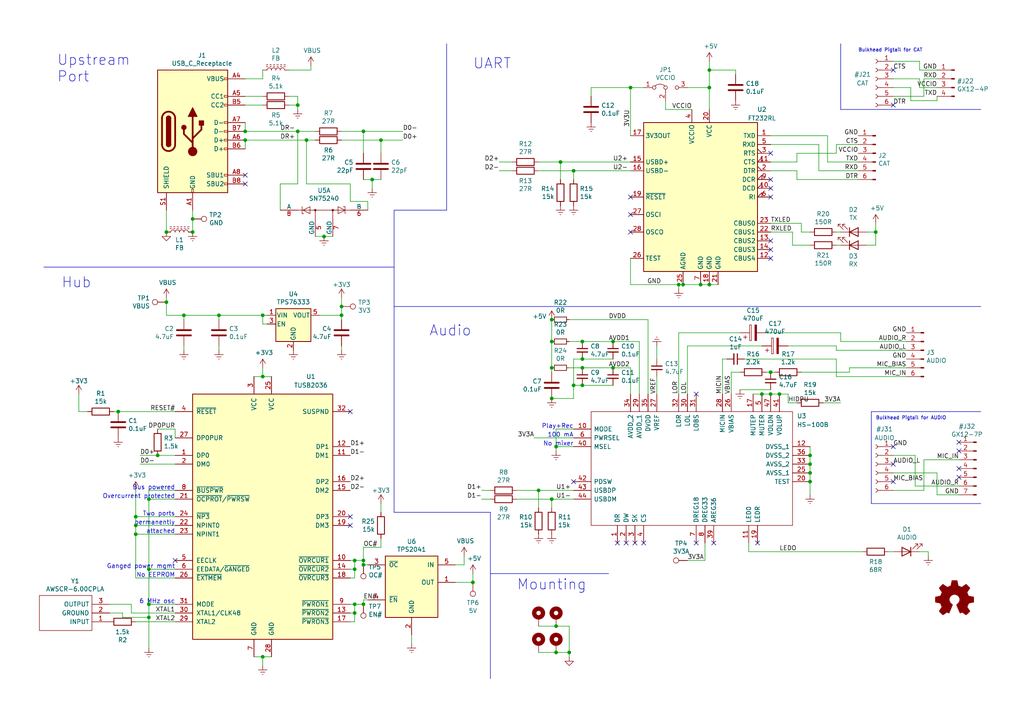
<source format=kicad_sch>
(kicad_sch (version 20230121) (generator eeschema)
  (paper "A4")
  (title_block (title "Mountaineer Radio Interface") (date "2021-05-25") (rev "2") (company "Chris Keller K0SWE") (comment 1 "Licensed under Creative Commons CC-BY-4.0"))
  (junction (at 234.95 132.08))
  (junction (at 86.36 30.48))
  (junction (at 43.18 175.26))
  (junction (at 166.37 49.53))
  (junction (at 34.29 119.38))
  (junction (at 168.91 111.76))
  (junction (at 93.98 68.58))
  (junction (at 168.91 104.14))
  (junction (at 168.91 99.06))
  (junction (at 203.2 82.55))
  (junction (at 86.36 38.1))
  (junction (at 71.12 40.64))
  (junction (at 39.37 152.4))
  (junction (at 177.8 99.06))
  (junction (at 160.02 115.57))
  (junction (at 48.26 87.63))
  (junction (at 55.88 63.5))
  (junction (at 105.41 38.1))
  (junction (at 166.37 111.76))
  (junction (at 198.12 82.55))
  (junction (at 160.02 92.71))
  (junction (at 102.87 175.26))
  (junction (at 234.95 137.16))
  (junction (at 71.12 38.1))
  (junction (at 205.74 82.55))
  (junction (at 205.74 20.32))
  (junction (at 43.18 165.1))
  (junction (at 39.37 149.86))
  (junction (at 99.06 88.9))
  (junction (at 161.29 129.54))
  (junction (at 161.29 181.61))
  (junction (at 105.41 175.26))
  (junction (at 196.85 82.55))
  (junction (at 234.95 139.7))
  (junction (at 53.34 91.44))
  (junction (at 55.88 67.31))
  (junction (at 254 67.31))
  (junction (at 88.9 40.64))
  (junction (at 48.26 67.31))
  (junction (at 102.87 162.56))
  (junction (at 45.72 132.08))
  (junction (at 205.74 25.4))
  (junction (at 226.06 114.3))
  (junction (at 223.52 107.95))
  (junction (at 99.06 91.44))
  (junction (at 107.95 52.07))
  (junction (at 165.1 189.23))
  (junction (at 160.02 99.06))
  (junction (at 76.2 91.44))
  (junction (at 182.88 25.4))
  (junction (at 110.49 40.64))
  (junction (at 102.87 165.1))
  (junction (at 43.18 144.78))
  (junction (at 63.5 91.44))
  (junction (at 43.18 179.07))
  (junction (at 76.2 190.5))
  (junction (at 39.37 154.94))
  (junction (at 162.56 46.99))
  (junction (at 160.02 144.78))
  (junction (at 102.87 177.8))
  (junction (at 234.95 134.62))
  (junction (at 137.16 168.91))
  (junction (at 223.52 114.3))
  (junction (at 76.2 109.22))
  (junction (at 220.98 114.3))
  (junction (at 177.8 106.68))
  (junction (at 105.41 162.56))
  (junction (at 160.02 106.68))
  (junction (at 105.41 163.83))
  (junction (at 168.91 106.68))
  (junction (at 156.21 142.24))
  (junction (at 161.29 189.23))
  (no_connect (at 179.07 157.48))
  (no_connect (at 223.52 57.15))
  (no_connect (at 219.71 157.48))
  (no_connect (at 182.88 62.23))
  (no_connect (at 71.12 53.34))
  (no_connect (at 201.93 114.3))
  (no_connect (at 223.52 69.85))
  (no_connect (at 278.13 138.43))
  (no_connect (at 182.88 67.31))
  (no_connect (at 259.08 20.32))
  (no_connect (at 259.08 30.48))
  (no_connect (at 101.6 152.4))
  (no_connect (at 223.52 44.45))
  (no_connect (at 166.37 139.7))
  (no_connect (at 101.6 119.38))
  (no_connect (at 101.6 149.86))
  (no_connect (at 50.8 162.56))
  (no_connect (at 184.15 157.48))
  (no_connect (at 278.13 135.89))
  (no_connect (at 223.52 72.39))
  (no_connect (at 259.08 134.62))
  (no_connect (at 223.52 54.61))
  (no_connect (at 201.93 157.48))
  (no_connect (at 71.12 50.8))
  (no_connect (at 182.88 57.15))
  (no_connect (at 223.52 74.93))
  (no_connect (at 186.69 157.48))
  (no_connect (at 278.13 130.81))
  (no_connect (at 223.52 52.07))
  (no_connect (at 207.01 157.48))
  (no_connect (at 259.08 139.7))
  (no_connect (at 259.08 129.54))
  (no_connect (at 181.61 157.48))
  (no_connect (at 278.13 128.27))
  (wire (pts (xy 199.39 25.4) (xy 205.74 25.4)))
  (wire (pts (xy 48.26 91.44) (xy 53.34 91.44)))
  (wire (pts (xy 77.47 93.98) (xy 76.2 93.98)))
  (wire (pts (xy 149.86 142.24) (xy 156.21 142.24)))
  (wire (pts (xy 39.37 154.94) (xy 39.37 167.64)))
  (wire (pts (xy 240.03 39.37) (xy 240.03 46.99)))
  (wire (pts (xy 271.78 29.21) (xy 271.78 27.94)))
  (wire (pts (xy 229.87 71.12) (xy 229.87 67.31)))
  (wire (pts (xy 71.12 35.56) (xy 71.12 38.1)))
  (wire (pts (xy 22.86 119.38) (xy 25.4 119.38)))
  (wire (pts (xy 39.37 167.64) (xy 50.8 167.64)))
  (wire (pts (xy 200.66 31.75) (xy 193.04 31.75)))
  (wire (pts (xy 231.14 49.53) (xy 223.52 49.53)))
  (wire (pts (xy 205.74 82.55) (xy 208.28 82.55)))
  (wire (pts (xy 53.34 91.44) (xy 63.5 91.44)))
  (wire (pts (xy 214.63 107.95) (xy 212.09 107.95)))
  (wire (pts (xy 182.88 106.68) (xy 182.88 114.3)))
  (wire (pts (xy 35.56 177.8) (xy 35.56 179.07)))
  (wire (pts (xy 102.87 165.1) (xy 102.87 167.64)))
  (polyline (pts (xy 142.24 166.37) (xy 176.53 166.37)))
  (wire (pts (xy 139.7 144.78) (xy 142.24 144.78)))
  (wire (pts (xy 199.39 114.3) (xy 199.39 100.33)))
  (wire (pts (xy 226.06 114.3) (xy 223.52 114.3)))
  (wire (pts (xy 55.88 63.5) (xy 55.88 67.31)))
  (wire (pts (xy 45.72 132.08) (xy 50.8 132.08)))
  (wire (pts (xy 231.14 44.45) (xy 231.14 46.99)))
  (wire (pts (xy 205.74 25.4) (xy 205.74 31.75)))
  (wire (pts (xy 220.98 114.3) (xy 218.44 114.3)))
  (wire (pts (xy 234.95 132.08) (xy 234.95 134.62)))
  (wire (pts (xy 271.78 137.16) (xy 271.78 143.51)))
  (wire (pts (xy 204.47 157.48) (xy 204.47 162.56)))
  (polyline (pts (xy 114.3 77.47) (xy 12.7 77.47)))
  (wire (pts (xy 222.25 96.52) (xy 243.84 96.52)))
  (wire (pts (xy 205.74 20.32) (xy 205.74 25.4)))
  (wire (pts (xy 101.6 53.34) (xy 101.6 58.42)))
  (wire (pts (xy 90.17 20.32) (xy 90.17 19.05)))
  (polyline (pts (xy 243.84 31.75) (xy 284.48 31.75)))
  (wire (pts (xy 234.95 137.16) (xy 234.95 139.7)))
  (wire (pts (xy 223.52 107.95) (xy 222.25 107.95)))
  (wire (pts (xy 81.28 53.34) (xy 81.28 60.96)))
  (wire (pts (xy 50.8 124.46) (xy 50.8 127)))
  (wire (pts (xy 149.86 144.78) (xy 160.02 144.78)))
  (wire (pts (xy 199.39 100.33) (xy 220.98 100.33)))
  (wire (pts (xy 160.02 106.68) (xy 160.02 107.95)))
  (wire (pts (xy 166.37 49.53) (xy 182.88 49.53)))
  (wire (pts (xy 48.26 87.63) (xy 48.26 91.44)))
  (wire (pts (xy 234.95 71.12) (xy 229.87 71.12)))
  (wire (pts (xy 232.41 107.95) (xy 246.38 107.95)))
  (wire (pts (xy 161.29 129.54) (xy 161.29 130.81)))
  (wire (pts (xy 177.8 104.14) (xy 168.91 104.14)))
  (wire (pts (xy 168.91 104.14) (xy 166.37 104.14)))
  (polyline (pts (xy 129.54 12.7) (xy 129.54 60.96)))
  (wire (pts (xy 35.56 179.07) (xy 43.18 179.07)))
  (wire (pts (xy 165.1 189.23) (xy 165.1 190.5)))
  (wire (pts (xy 102.87 177.8) (xy 102.87 180.34)))
  (wire (pts (xy 224.79 107.95) (xy 223.52 107.95)))
  (wire (pts (xy 243.84 116.84) (xy 238.76 116.84)))
  (wire (pts (xy 34.29 119.38) (xy 50.8 119.38)))
  (wire (pts (xy 209.55 104.14) (xy 210.82 104.14)))
  (wire (pts (xy 168.91 111.76) (xy 177.8 111.76)))
  (wire (pts (xy 259.08 17.78) (xy 266.7 17.78)))
  (wire (pts (xy 110.49 52.07) (xy 107.95 52.07)))
  (wire (pts (xy 166.37 111.76) (xy 168.91 111.76)))
  (wire (pts (xy 50.8 154.94) (xy 39.37 154.94)))
  (wire (pts (xy 196.85 82.55) (xy 196.85 83.82)))
  (wire (pts (xy 264.16 25.4) (xy 264.16 29.21)))
  (wire (pts (xy 92.71 91.44) (xy 99.06 91.44)))
  (wire (pts (xy 88.9 40.64) (xy 88.9 53.34)))
  (wire (pts (xy 265.43 132.08) (xy 265.43 140.97)))
  (wire (pts (xy 165.1 92.71) (xy 187.96 92.71)))
  (wire (pts (xy 278.13 140.97) (xy 265.43 140.97)))
  (wire (pts (xy 110.49 156.21) (xy 110.49 158.75)))
  (wire (pts (xy 182.88 25.4) (xy 171.45 25.4)))
  (wire (pts (xy 144.78 46.99) (xy 148.59 46.99)))
  (wire (pts (xy 160.02 147.32) (xy 160.02 144.78)))
  (wire (pts (xy 161.29 189.23) (xy 165.1 189.23)))
  (wire (pts (xy 86.36 27.94) (xy 86.36 30.48)))
  (wire (pts (xy 45.72 124.46) (xy 50.8 124.46)))
  (wire (pts (xy 196.85 82.55) (xy 198.12 82.55)))
  (polyline (pts (xy 142.24 148.59) (xy 142.24 196.85)))
  (wire (pts (xy 71.12 43.18) (xy 71.12 40.64)))
  (wire (pts (xy 165.1 99.06) (xy 168.91 99.06)))
  (wire (pts (xy 156.21 147.32) (xy 156.21 142.24)))
  (wire (pts (xy 43.18 165.1) (xy 43.18 175.26)))
  (wire (pts (xy 266.7 25.4) (xy 271.78 25.4)))
  (wire (pts (xy 242.57 44.45) (xy 231.14 44.45)))
  (wire (pts (xy 43.18 175.26) (xy 43.18 179.07)))
  (wire (pts (xy 76.2 190.5) (xy 76.2 193.04)))
  (polyline (pts (xy 114.3 88.9) (xy 284.48 88.9)))
  (wire (pts (xy 63.5 91.44) (xy 76.2 91.44)))
  (wire (pts (xy 242.57 41.91) (xy 242.57 44.45)))
  (wire (pts (xy 156.21 189.23) (xy 161.29 189.23)))
  (wire (pts (xy 43.18 144.78) (xy 43.18 165.1)))
  (wire (pts (xy 73.66 190.5) (xy 76.2 190.5)))
  (wire (pts (xy 266.7 22.86) (xy 266.7 25.4)))
  (polyline (pts (xy 243.84 12.7) (xy 243.84 31.75)))
  (polyline (pts (xy 129.54 60.96) (xy 114.3 60.96)))
  (wire (pts (xy 39.37 149.86) (xy 50.8 149.86)))
  (wire (pts (xy 237.49 41.91) (xy 237.49 49.53)))
  (wire (pts (xy 213.36 20.32) (xy 213.36 21.59)))
  (polyline (pts (xy 252.73 146.05) (xy 284.48 146.05)))
  (wire (pts (xy 166.37 115.57) (xy 160.02 115.57)))
  (wire (pts (xy 110.49 40.64) (xy 116.84 40.64)))
  (wire (pts (xy 156.21 49.53) (xy 166.37 49.53)))
  (wire (pts (xy 55.88 60.96) (xy 55.88 63.5)))
  (wire (pts (xy 166.37 129.54) (xy 161.29 129.54)))
  (wire (pts (xy 248.92 41.91) (xy 242.57 41.91)))
  (wire (pts (xy 71.12 22.86) (xy 76.2 22.86)))
  (wire (pts (xy 43.18 142.24) (xy 43.18 144.78)))
  (wire (pts (xy 99.06 40.64) (xy 110.49 40.64)))
  (wire (pts (xy 63.5 92.71) (xy 63.5 91.44)))
  (wire (pts (xy 259.08 25.4) (xy 264.16 25.4)))
  (wire (pts (xy 264.16 29.21) (xy 271.78 29.21)))
  (wire (pts (xy 223.52 41.91) (xy 237.49 41.91)))
  (wire (pts (xy 76.2 190.5) (xy 78.74 190.5)))
  (wire (pts (xy 102.87 177.8) (xy 101.6 177.8)))
  (wire (pts (xy 231.14 46.99) (xy 223.52 46.99)))
  (wire (pts (xy 165.1 181.61) (xy 165.1 189.23)))
  (wire (pts (xy 43.18 179.07) (xy 43.18 187.96)))
  (wire (pts (xy 38.1 175.26) (xy 31.75 175.26)))
  (wire (pts (xy 205.74 20.32) (xy 213.36 20.32)))
  (wire (pts (xy 228.6 116.84) (xy 231.14 116.84)))
  (wire (pts (xy 99.06 88.9) (xy 99.06 86.36)))
  (wire (pts (xy 161.29 129.54) (xy 161.29 124.46)))
  (wire (pts (xy 217.17 160.02) (xy 250.19 160.02)))
  (wire (pts (xy 76.2 93.98) (xy 76.2 91.44)))
  (wire (pts (xy 102.87 167.64) (xy 101.6 167.64)))
  (wire (pts (xy 88.9 53.34) (xy 101.6 53.34)))
  (wire (pts (xy 63.5 100.33) (xy 63.5 101.6)))
  (wire (pts (xy 71.12 38.1) (xy 86.36 38.1)))
  (wire (pts (xy 39.37 154.94) (xy 39.37 152.4)))
  (wire (pts (xy 203.2 82.55) (xy 205.74 82.55)))
  (wire (pts (xy 204.47 162.56) (xy 199.39 162.56)))
  (wire (pts (xy 217.17 157.48) (xy 217.17 160.02)))
  (wire (pts (xy 40.64 134.62) (xy 50.8 134.62)))
  (wire (pts (xy 193.04 29.21) (xy 193.04 31.75)))
  (wire (pts (xy 228.6 114.3) (xy 228.6 116.84)))
  (wire (pts (xy 33.02 119.38) (xy 34.29 119.38)))
  (wire (pts (xy 102.87 175.26) (xy 105.41 175.26)))
  (wire (pts (xy 53.34 100.33) (xy 53.34 101.6)))
  (wire (pts (xy 139.7 142.24) (xy 142.24 142.24)))
  (wire (pts (xy 205.74 17.78) (xy 205.74 20.32)))
  (wire (pts (xy 182.88 39.37) (xy 182.88 25.4)))
  (wire (pts (xy 267.97 27.94) (xy 267.97 22.86)))
  (wire (pts (xy 234.95 134.62) (xy 234.95 137.16)))
  (polyline (pts (xy 114.3 60.96) (xy 114.3 148.59)))
  (wire (pts (xy 177.8 106.68) (xy 182.88 106.68)))
  (wire (pts (xy 186.69 25.4) (xy 182.88 25.4)))
  (wire (pts (xy 88.9 40.64) (xy 91.44 40.64)))
  (wire (pts (xy 259.08 142.24) (xy 267.97 142.24)))
  (polyline (pts (xy 284.48 119.38) (xy 252.73 119.38)))
  (wire (pts (xy 215.9 104.14) (xy 242.57 104.14)))
  (wire (pts (xy 105.41 173.99) (xy 106.68 173.99)))
  (wire (pts (xy 266.7 17.78) (xy 266.7 20.32)))
  (wire (pts (xy 50.8 175.26) (xy 43.18 175.26)))
  (wire (pts (xy 240.03 46.99) (xy 248.92 46.99)))
  (wire (pts (xy 190.5 109.22) (xy 190.5 114.3)))
  (wire (pts (xy 101.6 162.56) (xy 102.87 162.56)))
  (wire (pts (xy 226.06 114.3) (xy 228.6 114.3)))
  (wire (pts (xy 137.16 166.37) (xy 137.16 168.91)))
  (wire (pts (xy 257.81 160.02) (xy 259.08 160.02)))
  (wire (pts (xy 254 67.31) (xy 254 71.12)))
  (wire (pts (xy 86.36 30.48) (xy 86.36 31.75)))
  (wire (pts (xy 266.7 20.32) (xy 271.78 20.32)))
  (wire (pts (xy 160.02 144.78) (xy 166.37 144.78)))
  (wire (pts (xy 237.49 49.53) (xy 248.92 49.53)))
  (wire (pts (xy 160.02 99.06) (xy 160.02 106.68)))
  (wire (pts (xy 40.64 132.08) (xy 45.72 132.08)))
  (wire (pts (xy 76.2 109.22) (xy 78.74 109.22)))
  (wire (pts (xy 248.92 52.07) (xy 231.14 52.07)))
  (wire (pts (xy 234.95 67.31) (xy 232.41 67.31)))
  (wire (pts (xy 71.12 30.48) (xy 76.2 30.48)))
  (wire (pts (xy 38.1 177.8) (xy 38.1 175.26)))
  (wire (pts (xy 271.78 143.51) (xy 278.13 143.51)))
  (wire (pts (xy 105.41 52.07) (xy 107.95 52.07)))
  (wire (pts (xy 102.87 162.56) (xy 105.41 162.56)))
  (wire (pts (xy 246.38 107.95) (xy 246.38 106.68)))
  (wire (pts (xy 107.95 52.07) (xy 107.95 54.61)))
  (wire (pts (xy 50.8 152.4) (xy 39.37 152.4)))
  (wire (pts (xy 116.84 38.1) (xy 105.41 38.1)))
  (wire (pts (xy 269.24 160.02) (xy 266.7 160.02)))
  (wire (pts (xy 254 71.12) (xy 251.46 71.12)))
  (wire (pts (xy 265.43 132.08) (xy 259.08 132.08)))
  (wire (pts (xy 190.5 100.33) (xy 190.5 104.14)))
  (wire (pts (xy 53.34 92.71) (xy 53.34 91.44)))
  (wire (pts (xy 182.88 74.93) (xy 182.88 82.55)))
  (wire (pts (xy 223.52 114.3) (xy 220.98 114.3)))
  (wire (pts (xy 76.2 109.22) (xy 73.66 109.22)))
  (wire (pts (xy 156.21 142.24) (xy 166.37 142.24)))
  (wire (pts (xy 214.63 113.03) (xy 223.52 113.03)))
  (wire (pts (xy 254 64.77) (xy 254 67.31)))
  (wire (pts (xy 134.62 163.83) (xy 132.08 163.83)))
  (wire (pts (xy 232.41 64.77) (xy 223.52 64.77)))
  (wire (pts (xy 50.8 144.78) (xy 43.18 144.78)))
  (wire (pts (xy 134.62 161.29) (xy 134.62 163.83)))
  (wire (pts (xy 267.97 133.35) (xy 267.97 142.24)))
  (wire (pts (xy 48.26 86.36) (xy 48.26 87.63)))
  (wire (pts (xy 185.42 99.06) (xy 185.42 114.3)))
  (wire (pts (xy 162.56 52.07) (xy 162.56 46.99)))
  (wire (pts (xy 50.8 165.1) (xy 43.18 165.1)))
  (wire (pts (xy 39.37 142.24) (xy 39.37 149.86)))
  (wire (pts (xy 83.82 20.32) (xy 90.17 20.32)))
  (wire (pts (xy 196.85 96.52) (xy 214.63 96.52)))
  (polyline (pts (xy 252.73 119.38) (xy 252.73 146.05)))
  (wire (pts (xy 166.37 104.14) (xy 166.37 111.76)))
  (wire (pts (xy 259.08 137.16) (xy 271.78 137.16)))
  (wire (pts (xy 83.82 27.94) (xy 86.36 27.94)))
  (wire (pts (xy 232.41 67.31) (xy 232.41 64.77)))
  (wire (pts (xy 99.06 38.1) (xy 105.41 38.1)))
  (wire (pts (xy 166.37 111.76) (xy 166.37 115.57)))
  (wire (pts (xy 48.26 60.96) (xy 48.26 67.31)))
  (wire (pts (xy 162.56 46.99) (xy 182.88 46.99)))
  (wire (pts (xy 102.87 165.1) (xy 101.6 165.1)))
  (wire (pts (xy 154.94 127) (xy 166.37 127)))
  (wire (pts (xy 83.82 30.48) (xy 86.36 30.48)))
  (wire (pts (xy 102.87 162.56) (xy 102.87 165.1)))
  (wire (pts (xy 50.8 180.34) (xy 39.37 180.34)))
  (wire (pts (xy 102.87 175.26) (xy 102.87 177.8)))
  (wire (pts (xy 228.6 100.33) (xy 242.57 100.33)))
  (wire (pts (xy 99.06 91.44) (xy 99.06 88.9)))
  (wire (pts (xy 22.86 114.3) (xy 22.86 119.38)))
  (wire (pts (xy 39.37 152.4) (xy 39.37 149.86)))
  (wire (pts (xy 110.49 44.45) (xy 110.49 40.64)))
  (wire (pts (xy 242.57 71.12) (xy 243.84 71.12)))
  (wire (pts (xy 76.2 106.68) (xy 76.2 109.22)))
  (wire (pts (xy 71.12 27.94) (xy 76.2 27.94)))
  (wire (pts (xy 242.57 109.22) (xy 262.89 109.22)))
  (wire (pts (xy 243.84 99.06) (xy 262.89 99.06)))
  (wire (pts (xy 171.45 25.4) (xy 171.45 27.94)))
  (wire (pts (xy 137.16 168.91) (xy 132.08 168.91)))
  (wire (pts (xy 161.29 181.61) (xy 165.1 181.61)))
  (wire (pts (xy 166.37 52.07) (xy 166.37 49.53)))
  (wire (pts (xy 177.8 99.06) (xy 185.42 99.06)))
  (wire (pts (xy 242.57 104.14) (xy 242.57 109.22)))
  (wire (pts (xy 231.14 52.07) (xy 231.14 49.53)))
  (wire (pts (xy 223.52 39.37) (xy 240.03 39.37)))
  (polyline (pts (xy 114.3 148.59) (xy 142.24 148.59)))
  (wire (pts (xy 156.21 181.61) (xy 161.29 181.61)))
  (wire (pts (xy 267.97 22.86) (xy 271.78 22.86)))
  (wire (pts (xy 76.2 20.32) (xy 76.2 22.86)))
  (wire (pts (xy 182.88 82.55) (xy 196.85 82.55)))
  (wire (pts (xy 105.41 38.1) (xy 105.41 44.45)))
  (wire (pts (xy 101.6 175.26) (xy 102.87 175.26)))
  (wire (pts (xy 99.06 91.44) (xy 99.06 92.71)))
  (wire (pts (xy 234.95 129.54) (xy 234.95 132.08)))
  (wire (pts (xy 254 67.31) (xy 251.46 67.31)))
  (wire (pts (xy 106.68 58.42) (xy 106.68 60.96)))
  (wire (pts (xy 76.2 91.44) (xy 77.47 91.44)))
  (wire (pts (xy 267.97 133.35) (xy 278.13 133.35)))
  (wire (pts (xy 242.57 101.6) (xy 262.89 101.6)))
  (wire (pts (xy 110.49 158.75) (xy 105.41 158.75)))
  (wire (pts (xy 43.18 142.24) (xy 50.8 142.24)))
  (wire (pts (xy 187.96 92.71) (xy 187.96 114.3)))
  (wire (pts (xy 91.44 38.1) (xy 86.36 38.1)))
  (wire (pts (xy 105.41 158.75) (xy 105.41 162.56)))
  (wire (pts (xy 209.55 114.3) (xy 209.55 104.14)))
  (wire (pts (xy 160.02 92.71) (xy 160.02 99.06)))
  (wire (pts (xy 105.41 163.83) (xy 106.68 163.83)))
  (wire (pts (xy 246.38 106.68) (xy 262.89 106.68)))
  (wire (pts (xy 269.24 160.02) (xy 269.24 161.29)))
  (wire (pts (xy 91.44 68.58) (xy 93.98 68.58)))
  (wire (pts (xy 86.36 38.1) (xy 86.36 53.34)))
  (wire (pts (xy 161.29 124.46) (xy 166.37 124.46)))
  (wire (pts (xy 259.08 22.86) (xy 266.7 22.86)))
  (wire (pts (xy 31.75 177.8) (xy 35.56 177.8)))
  (wire (pts (xy 119.38 186.69) (xy 119.38 184.15)))
  (wire (pts (xy 168.91 99.06) (xy 177.8 99.06)))
  (wire (pts (xy 259.08 27.94) (xy 267.97 27.94)))
  (wire (pts (xy 242.57 67.31) (xy 243.84 67.31)))
  (wire (pts (xy 105.41 175.26) (xy 105.41 173.99)))
  (wire (pts (xy 71.12 40.64) (xy 88.9 40.64)))
  (wire (pts (xy 99.06 101.6) (xy 99.06 100.33)))
  (wire (pts (xy 196.85 114.3) (xy 196.85 96.52)))
  (wire (pts (xy 105.41 162.56) (xy 105.41 163.83)))
  (wire (pts (xy 198.12 82.55) (xy 203.2 82.55)))
  (wire (pts (xy 165.1 106.68) (xy 168.91 106.68)))
  (wire (pts (xy 156.21 46.99) (xy 162.56 46.99)))
  (wire (pts (xy 110.49 146.05) (xy 110.49 148.59)))
  (wire (pts (xy 102.87 180.34) (xy 101.6 180.34)))
  (wire (pts (xy 144.78 49.53) (xy 148.59 49.53)))
  (wire (pts (xy 234.95 139.7) (xy 234.95 143.51)))
  (wire (pts (xy 50.8 177.8) (xy 38.1 177.8)))
  (wire (pts (xy 168.91 106.68) (xy 177.8 106.68)))
  (wire (pts (xy 229.87 67.31) (xy 223.52 67.31)))
  (wire (pts (xy 96.52 68.58) (xy 93.98 68.58)))
  (wire (pts (xy 242.57 100.33) (xy 242.57 101.6)))
  (wire (pts (xy 243.84 96.52) (xy 243.84 99.06)))
  (wire (pts (xy 86.36 53.34) (xy 81.28 53.34)))
  (wire (pts (xy 212.09 107.95) (xy 212.09 114.3)))
  (wire (pts (xy 101.6 58.42) (xy 106.68 58.42)))
  (text "Bulkhead Pigtail for AUDIO" (at 254 121.92 0) (effects (font (size 0.9906 0.9906)) (justify left bottom)))
  (text "No mixer" (at 166.37 129.54 0) (effects (font (size 1.27 1.27)) (justify right bottom)))
  (text "Hub" (at 17.78 83.82 0) (effects (font (size 2.9972 2.9972)) (justify left bottom)))
  (text "Upstream\nPort" (at 16.51 24.13 0) (effects (font (size 2.9972 2.9972)) (justify left bottom)))
  (text "Audio" (at 124.46 97.79 0) (effects (font (size 2.9972 2.9972)) (justify left bottom)))
  (text "Ganged power mgmt" (at 50.8 165.1 0) (effects (font (size 1.27 1.27)) (justify right bottom)))
  (text "permanently" (at 50.8 152.4 0) (effects (font (size 1.27 1.27)) (justify right bottom)))
  (text "UART" (at 137.16 20.32 0) (effects (font (size 2.9972 2.9972)) (justify left bottom)))
  (text "attached" (at 50.8 154.94 0) (effects (font (size 1.27 1.27)) (justify right bottom)))
  (text "Play+Rec" (at 166.37 124.46 0) (effects (font (size 1.27 1.27)) (justify right bottom)))
  (text "Bulkhead Pigtail for CAT" (at 248.92 15.24 0) (effects (font (size 0.9906 0.9906)) (justify left bottom)))
  (text "No EEPROM" (at 50.8 167.64 0) (effects (font (size 1.27 1.27)) (justify right bottom)))
  (text "6 MHz osc" (at 50.8 175.26 0) (effects (font (size 1.27 1.27)) (justify right bottom)))
  (text "100 mA" (at 166.37 127 0) (effects (font (size 1.27 1.27)) (justify right bottom)))
  (text "Bus powered" (at 50.8 142.24 0) (effects (font (size 1.27 1.27)) (justify right bottom)))
  (text "Two ports" (at 50.8 149.86 0) (effects (font (size 1.27 1.27)) (justify right bottom)))
  (text "Overcurrent protected" (at 50.8 144.78 0) (effects (font (size 1.27 1.27)) (justify right bottom)))
  (text "Mounting" (at 149.86 171.45 0) (effects (font (size 2.9972 2.9972)) (justify left bottom)))
  (label "DR+" (at 81.28 40.64 0))
  (label "DTR" (at 248.92 52.07 180))
  (label "D0-" (at 116.84 38.1 0))
  (label "3V3A" (at 199.39 162.56 0))
  (label "U2+" (at 177.8 46.99 0))
  (label "AUDIO_L" (at 262.89 101.6 180))
  (label "GND" (at 278.13 143.51 180))
  (label "TXD" (at 248.92 46.99 180))
  (label "D2-" (at 101.6 142.24 0))
  (label "VCCIO" (at 248.92 44.45 180))
  (label "LEDO" (at 226.06 160.02 0))
  (label "GND" (at 271.78 20.32 180))
  (label "DVDD" (at 176.53 92.71 0))
  (label "CTS" (at 259.08 20.32 0))
  (label "VCCIO" (at 271.78 25.4 180))
  (label "AUDIO_R" (at 278.13 140.97 180))
  (label "GND" (at 248.92 39.37 180))
  (label "XTAL2" (at 50.8 180.34 180))
  (label "MIC_BIAS" (at 259.08 139.7 0))
  (label "D2-" (at 144.78 49.53 180))
  (label "AUDIO_R" (at 262.89 99.06 180))
  (label "GND" (at 191.77 82.55 180))
  (label "VBIAS" (at 212.09 114.3 90))
  (label "3V3A" (at 243.84 116.84 180))
  (label "DP0PUR" (at 50.8 124.46 180))
  (label "D1-" (at 139.7 144.78 180))
  (label "TXD" (at 271.78 27.94 180))
  (label "D1-" (at 101.6 132.08 0))
  (label "EN#" (at 105.41 173.99 0))
  (label "DR-" (at 81.28 38.1 0))
  (label "OC#" (at 105.41 158.75 0))
  (label "LOR" (at 196.85 114.3 90))
  (label "D1+" (at 101.6 129.54 0))
  (label "LOL" (at 199.39 114.3 90))
  (label "AUDIO_L" (at 259.08 134.62 0))
  (label "HIDPU" (at 228.6 116.84 0))
  (label "D1+" (at 139.7 142.24 180))
  (label "RESET#" (at 50.8 119.38 180))
  (label "U2-" (at 177.8 49.53 0))
  (label "D0+" (at 40.64 132.08 0))
  (label "AVDD1" (at 176.53 99.06 0))
  (label "GND" (at 262.89 104.14 180))
  (label "D2+" (at 144.78 46.99 180))
  (label "GND" (at 259.08 129.54 0))
  (label "GND" (at 262.89 96.52 180))
  (label "CTS" (at 248.92 41.91 180))
  (label "MIC_IN" (at 278.13 133.35 180))
  (label "MICIN" (at 209.55 114.3 90))
  (label "D2+" (at 101.6 139.7 0))
  (label "3V3U" (at 182.88 36.83 90))
  (label "RXD" (at 271.78 22.86 180))
  (label "MIC_IN" (at 262.89 109.22 180))
  (label "U1-" (at 161.29 144.78 0))
  (label "U1+" (at 161.29 142.24 0))
  (label "3V3A" (at 154.94 127 180))
  (label "AVDD2" (at 176.53 106.68 0))
  (label "TXLED" (at 223.52 64.77 0))
  (label "XTAL1" (at 50.8 177.8 180))
  (label "D0+" (at 116.84 40.64 0))
  (label "RXD" (at 248.92 49.53 180))
  (label "D0-" (at 40.64 134.62 0))
  (label "VCCIO" (at 200.66 31.75 180))
  (label "DTR" (at 259.08 30.48 0))
  (label "RXLED" (at 223.52 67.31 0))
  (label "VREF" (at 190.5 114.3 90))
  (label "MIC_BIAS" (at 262.89 106.68 180))
  (symbol (lib_id "Interface_USB:TUSB2036") (at 76.2 149.86 0) (unit 1)
    (property "Reference" "U1" (at 90.17 109.22 0))
    (property "Value" "TUSB2036" (at 90.17 111.76 0))
    (property "Footprint" "Package_QFP:LQFP-32_7x7mm_P0.8mm" (effects hide))
    (property "Datasheet" "http://www.ti.com/lit/ds/symlink/tusb2036.pdf" (effects hide))
    (property "LCSC" "C43665" (effects hide))
    (property "Manufacturer_Name" "TI" (effects hide))
    (property "Manufacturer_Part_Number" "TUSB2036VF" (effects hide))
    (property "Vendor Part Number" "296-27129-1-ND" (effects hide))
    (property "Vendor" "Digikey" (effects hide))
  )
  (symbol (lib_id "Device:R") (at 45.72 128.27 0) (unit 1)
    (property "Reference" "R3" (at 47.498 127.1016 0) (effects (justify left)))
    (property "Value" "1.5k" (at 47.498 129.413 0) (effects (justify left)))
    (property "Footprint" "Resistor_SMD:R_0603_1608Metric" (effects hide))
    (property "LCSC" "C22843" (effects hide))
    (property "Vendor Part Number" "C22843" (effects hide))
    (property "Vendor" "LCSC" (effects hide))
  )
  (symbol (lib_id "power:GNDREF") (at 43.18 187.96 0) (unit 1)
    (property "Reference" "#PWR04" (effects hide))
    (property "Value" "GNDREF" (effects hide))
  )
  (symbol (lib_id "Device:R") (at 152.4 46.99 270) (unit 1)
    (property "Reference" "R12" (at 152.4 41.7322 90))
    (property "Value" "27R" (at 152.4 44.0436 90))
    (property "Footprint" "Resistor_SMD:R_0603_1608Metric" (effects hide))
    (property "LCSC" "C25190" (effects hide))
    (property "Vendor Part Number" "C25190" (effects hide))
    (property "Vendor" "LCSC" (effects hide))
  )
  (symbol (lib_id "Device:R") (at 152.4 49.53 270) (unit 1)
    (property "Reference" "R13" (at 152.4 52.451 90))
    (property "Value" "27R" (at 152.4 54.7624 90))
    (property "Footprint" "Resistor_SMD:R_0603_1608Metric" (effects hide))
    (property "LCSC" "C25190" (effects hide))
    (property "Vendor Part Number" "C25190" (effects hide))
    (property "Vendor" "LCSC" (effects hide))
  )
  (symbol (lib_id "Device:R") (at 162.56 55.88 0) (unit 1)
    (property "Reference" "R14" (at 160.8074 54.7116 0) (effects (justify right)))
    (property "Value" "15k" (at 160.8074 57.023 0) (effects (justify right)))
    (property "Footprint" "Resistor_SMD:R_0603_1608Metric" (effects hide))
    (property "LCSC" "C22809" (effects hide))
    (property "Vendor Part Number" "C22809" (effects hide))
    (property "Vendor" "LCSC" (effects hide))
  )
  (symbol (lib_id "Device:R") (at 166.37 55.88 0) (unit 1)
    (property "Reference" "R15" (at 168.148 54.7116 0) (effects (justify left)))
    (property "Value" "15k" (at 168.148 57.023 0) (effects (justify left)))
    (property "Footprint" "Resistor_SMD:R_0603_1608Metric" (effects hide))
    (property "LCSC" "C22809" (effects hide))
    (property "Vendor Part Number" "C22809" (effects hide))
    (property "Vendor" "LCSC" (effects hide))
  )
  (symbol (lib_id "power:GNDREF") (at 162.56 59.69 0) (unit 1)
    (property "Reference" "#PWR027" (effects hide))
    (property "Value" "GNDREF" (effects hide))
  )
  (symbol (lib_id "power:GNDREF") (at 166.37 59.69 0) (unit 1)
    (property "Reference" "#PWR028" (effects hide))
    (property "Value" "GNDREF" (effects hide))
  )
  (symbol (lib_id "Device:R") (at 95.25 40.64 270) (unit 1)
    (property "Reference" "R6" (at 95.25 43.561 90))
    (property "Value" "27R" (at 95.25 45.8724 90))
    (property "Footprint" "Resistor_SMD:R_0603_1608Metric" (effects hide))
    (property "LCSC" "C25190" (effects hide))
    (property "Vendor Part Number" "C25190" (effects hide))
    (property "Vendor" "LCSC" (effects hide))
  )
  (symbol (lib_id "Device:R") (at 95.25 38.1 270) (unit 1)
    (property "Reference" "R7" (at 95.25 32.8422 90))
    (property "Value" "27R" (at 95.25 35.1536 90))
    (property "Footprint" "Resistor_SMD:R_0603_1608Metric" (effects hide))
    (property "LCSC" "C25190" (effects hide))
    (property "Vendor Part Number" "C25190" (effects hide))
    (property "Vendor" "LCSC" (effects hide))
  )
  (symbol (lib_id "Device:C") (at 105.41 48.26 0) (unit 1)
    (property "Reference" "C5" (at 102.5144 47.0916 0) (effects (justify right)))
    (property "Value" "22pF" (at 102.5144 49.403 0) (effects (justify right)))
    (property "Footprint" "Capacitor_SMD:C_0603_1608Metric" (effects hide))
    (property "LCSC" "C1653" (effects hide))
    (property "Vendor Part Number" "C1653" (effects hide))
    (property "Vendor" "LCSC" (effects hide))
  )
  (symbol (lib_id "Device:C") (at 110.49 48.26 0) (unit 1)
    (property "Reference" "C6" (at 113.411 47.0916 0) (effects (justify left)))
    (property "Value" "22pF" (at 113.411 49.403 0) (effects (justify left)))
    (property "Footprint" "Capacitor_SMD:C_0603_1608Metric" (effects hide))
    (property "LCSC" "C1653" (effects hide))
    (property "Vendor Part Number" "C1653" (effects hide))
    (property "Vendor" "LCSC" (effects hide))
  )
  (symbol (lib_id "power:GNDREF") (at 107.95 54.61 0) (unit 1)
    (property "Reference" "#PWR018" (effects hide))
    (property "Value" "GNDREF" (effects hide))
  )
  (symbol (lib_id "power:GNDREF") (at 55.88 67.31 0) (unit 1)
    (property "Reference" "#PWR08" (effects hide))
    (property "Value" "GNDREF" (effects hide))
  )
  (symbol (lib_id "power:VBUS") (at 90.17 19.05 0) (unit 1)
    (property "Reference" "#PWR014" (effects hide))
    (property "Value" "VBUS" (at 90.551 14.6558 0))
  )
  (symbol (lib_id "Device:R") (at 146.05 142.24 270) (unit 1)
    (property "Reference" "R8" (at 146.05 136.9822 90))
    (property "Value" "27R" (at 146.05 139.2936 90))
    (property "Footprint" "Resistor_SMD:R_0603_1608Metric" (effects hide))
    (property "LCSC" "C25190" (effects hide))
    (property "Vendor Part Number" "C25190" (effects hide))
    (property "Vendor" "LCSC" (effects hide))
  )
  (symbol (lib_id "Device:R") (at 146.05 144.78 270) (unit 1)
    (property "Reference" "R9" (at 146.05 147.701 90))
    (property "Value" "27R" (at 146.05 150.0124 90))
    (property "Footprint" "Resistor_SMD:R_0603_1608Metric" (effects hide))
    (property "LCSC" "C25190" (effects hide))
    (property "Vendor Part Number" "C25190" (effects hide))
    (property "Vendor" "LCSC" (effects hide))
  )
  (symbol (lib_id "Device:R") (at 156.21 151.13 0) (unit 1)
    (property "Reference" "R10" (at 154.4574 149.9616 0) (effects (justify right)))
    (property "Value" "15k" (at 154.4574 152.273 0) (effects (justify right)))
    (property "Footprint" "Resistor_SMD:R_0603_1608Metric" (effects hide))
    (property "LCSC" "C22809" (effects hide))
    (property "Vendor Part Number" "C22809" (effects hide))
    (property "Vendor" "LCSC" (effects hide))
  )
  (symbol (lib_id "Device:R") (at 160.02 151.13 0) (unit 1)
    (property "Reference" "R11" (at 161.798 149.9616 0) (effects (justify left)))
    (property "Value" "15k" (at 161.798 152.273 0) (effects (justify left)))
    (property "Footprint" "Resistor_SMD:R_0603_1608Metric" (effects hide))
    (property "LCSC" "C22809" (effects hide))
    (property "Vendor Part Number" "C22809" (effects hide))
    (property "Vendor" "LCSC" (effects hide))
  )
  (symbol (lib_id "power:GNDREF") (at 156.21 154.94 0) (unit 1)
    (property "Reference" "#PWR022" (effects hide))
    (property "Value" "GNDREF" (effects hide))
  )
  (symbol (lib_id "power:GNDREF") (at 160.02 154.94 0) (unit 1)
    (property "Reference" "#PWR025" (effects hide))
    (property "Value" "GNDREF" (effects hide))
  )
  (symbol (lib_id "Device:R") (at 35.56 180.34 90) (unit 1)
    (property "Reference" "R2" (at 35.56 185.5978 90))
    (property "Value" "1.5k" (at 35.56 183.2864 90))
    (property "Footprint" "Resistor_SMD:R_0603_1608Metric" (effects hide))
    (property "LCSC" "C22843" (effects hide))
    (property "Vendor Part Number" "C22843" (effects hide))
    (property "Vendor" "LCSC" (effects hide))
  )
  (symbol (lib_id "Graphic:Logo_Open_Hardware_Small") (at 276.86 173.99 0) (unit 1)
    (property "Reference" "LOGO1" (effects hide))
    (property "Value" "Logo_Open_Hardware_Small" (effects hide))
    (property "Footprint" "Symbol:OSHW-Logo2_9.8x8mm_Copper" (effects hide))
    (property "Datasheet" "-" (effects hide))
    (property "LCSC" "-" (effects hide))
    (property "Manufacturer_Name" "-" (effects hide))
    (property "Manufacturer_Part_Number" "-" (effects hide))
    (property "Vendor Part Number" "-" (effects hide))
    (property "Vendor" "-" (effects hide))
  )
  (symbol (lib_id "power:GNDREF") (at 160.02 115.57 0) (unit 1)
    (property "Reference" "#PWR024" (effects hide))
    (property "Value" "GNDREF" (effects hide))
  )
  (symbol (lib_id "power:GNDREF") (at 76.2 193.04 0) (unit 1)
    (property "Reference" "#PWR011" (effects hide))
    (property "Value" "GNDREF" (effects hide))
  )
  (symbol (lib_id "Interface_USB:FT232RL") (at 203.2 57.15 0) (unit 1)
    (property "Reference" "U2" (at 220.98 31.75 0))
    (property "Value" "FT232RL" (at 220.98 34.29 0))
    (property "Footprint" "Package_SO:SSOP-28_5.3x10.2mm_P0.65mm" (effects hide))
    (property "Datasheet" "https://www.ftdichip.com/Support/Documents/DataSheets/ICs/DS_FT232R.pdf" (effects hide))
    (property "LCSC" "C8690" (effects hide))
    (property "Manufacturer_Name" "FTDI" (effects hide))
    (property "Manufacturer_Part_Number" "FT232RL" (effects hide))
    (property "Vendor Part Number" "C8690" (effects hide))
    (property "Vendor" "LCSC" (effects hide))
  )
  (symbol (lib_id "power:GNDREF") (at 196.85 83.82 0) (unit 1)
    (property "Reference" "#PWR033" (effects hide))
    (property "Value" "GNDREF" (effects hide))
  )
  (symbol (lib_id "power:GNDREF") (at 213.36 29.21 0) (unit 1)
    (property "Reference" "#PWR034" (effects hide))
    (property "Value" "GNDREF" (effects hide))
  )
  (symbol (lib_id "Device:C") (at 171.45 31.75 0) (unit 1)
    (property "Reference" "C12" (at 174.371 30.5816 0) (effects (justify left)))
    (property "Value" "0.1uF" (at 174.371 32.893 0) (effects (justify left)))
    (property "Footprint" "Capacitor_SMD:C_0603_1608Metric" (effects hide))
    (property "LCSC" "C1588" (effects hide))
    (property "Vendor Part Number" "C1588" (effects hide))
    (property "Vendor" "LCSC" (effects hide))
  )
  (symbol (lib_id "power:GNDREF") (at 171.45 35.56 0) (unit 1)
    (property "Reference" "#PWR029" (effects hide))
    (property "Value" "GNDREF" (effects hide))
  )
  (symbol (lib_id "Device:C") (at 99.06 96.52 0) (unit 1)
    (property "Reference" "C4" (at 96.139 95.3516 0) (effects (justify right)))
    (property "Value" "4.7uF" (at 96.139 97.663 0) (effects (justify right)))
    (property "Footprint" "Capacitor_SMD:C_0603_1608Metric" (effects hide))
    (property "LCSC" "C19666 " (effects hide))
    (property "Vendor Part Number" "C19666 " (effects hide))
    (property "Vendor" "LCSC" (effects hide))
  )
  (symbol (lib_id "power:GNDREF") (at 53.34 101.6 0) (unit 1)
    (property "Reference" "#PWR07" (effects hide))
    (property "Value" "GNDREF" (effects hide))
  )
  (symbol (lib_id "power:GND1") (at 48.26 67.31 0) (unit 1)
    (property "Reference" "#PWR05" (effects hide))
    (property "Value" "GND1" (effects hide))
  )
  (symbol (lib_id "power:GNDREF") (at 63.5 101.6 0) (unit 1)
    (property "Reference" "#PWR09" (effects hide))
    (property "Value" "GNDREF" (effects hide))
  )
  (symbol (lib_id "power:GNDREF") (at 85.09 101.6 0) (unit 1)
    (property "Reference" "#PWR012" (effects hide))
    (property "Value" "GNDREF" (effects hide))
  )
  (symbol (lib_id "power:GNDREF") (at 234.95 143.51 0) (unit 1)
    (property "Reference" "#PWR035" (effects hide))
    (property "Value" "GNDREF" (effects hide))
  )
  (symbol (lib_id "Regulator_Linear:TPS76333") (at 85.09 93.98 0) (unit 1)
    (property "Reference" "U4" (at 85.09 85.2932 0))
    (property "Value" "TPS76333" (at 85.09 87.6046 0))
    (property "Footprint" "Package_TO_SOT_SMD:SOT-23-5" (effects hide))
    (property "Datasheet" "http://www.ti.com/lit/ds/symlink/tps763.pdf" (effects hide))
    (property "LCSC" "C7100" (effects hide))
    (property "Manufacturer_Name" "TI" (effects hide))
    (property "Manufacturer_Part_Number" "TPS76333DBV" (effects hide))
    (property "Vendor Part Number" "C7100" (effects hide))
    (property "Vendor" "LCSC" (effects hide))
  )
  (symbol (lib_id "Device:C") (at 53.34 96.52 0) (unit 1)
    (property "Reference" "C2" (at 50.419 95.3516 0) (effects (justify right)))
    (property "Value" "4.7uF" (at 50.419 97.663 0) (effects (justify right)))
    (property "Footprint" "Capacitor_SMD:C_0603_1608Metric" (effects hide))
    (property "LCSC" "C19666 " (effects hide))
    (property "Vendor Part Number" "C19666 " (effects hide))
    (property "Vendor" "LCSC" (effects hide))
  )
  (symbol (lib_id "Device:C") (at 63.5 96.52 0) (unit 1)
    (property "Reference" "C3" (at 66.421 95.3516 0) (effects (justify left)))
    (property "Value" "0.1uF" (at 66.421 97.663 0) (effects (justify left)))
    (property "Footprint" "Capacitor_SMD:C_0603_1608Metric" (effects hide))
    (property "LCSC" "C1588" (effects hide))
    (property "Vendor Part Number" "C1588" (effects hide))
    (property "Vendor" "LCSC" (effects hide))
  )
  (symbol (lib_id "power:GNDREF") (at 99.06 101.6 0) (unit 1)
    (property "Reference" "#PWR017" (effects hide))
    (property "Value" "GNDREF" (effects hide))
  )
  (symbol (lib_id "power:VBUS") (at 48.26 86.36 0) (unit 1)
    (property "Reference" "#PWR06" (effects hide))
    (property "Value" "VBUS" (at 48.641 81.9658 0))
  )
  (symbol (lib_id "Power_Protection:SN75240") (at 93.98 60.96 0) (unit 1)
    (property "Reference" "U5" (at 93.98 55.245 0))
    (property "Value" "SN75240" (at 93.98 57.5564 0))
    (property "Footprint" "Package_SO:TSSOP-8_4.4x3mm_P0.65mm" (effects hide))
    (property "Datasheet" "http://www.ti.com/lit/ds/symlink/sn65220.pdf" (effects hide))
    (property "LCSC" "C7067" (effects hide))
    (property "Manufacturer_Name" "TI" (effects hide))
    (property "Manufacturer_Part_Number" "SN75240PW" (effects hide))
    (property "Vendor Part Number" "C7067" (effects hide))
    (property "Vendor" "LCSC" (effects hide))
  )
  (symbol (lib_id "power:GNDREF") (at 93.98 68.58 0) (unit 1)
    (property "Reference" "#PWR015" (effects hide))
    (property "Value" "GNDREF" (effects hide))
  )
  (symbol (lib_id "Connector:TestPoint") (at 99.06 88.9 270) (unit 1)
    (property "Reference" "TP3" (at 103.8352 87.7316 90) (effects (justify left)))
    (property "Value" "3V3" (at 103.8352 90.043 90) (effects (justify left)))
    (property "Footprint" "TestPoint:TestPoint_Pad_D1.0mm" (effects hide))
    (property "Datasheet" "-" (effects hide))
    (property "LCSC" "-" (effects hide))
    (property "Manufacturer_Name" "-" (effects hide))
    (property "Manufacturer_Part_Number" "-" (effects hide))
    (property "Vendor Part Number" "-" (effects hide))
    (property "Vendor" "-" (effects hide))
  )
  (symbol (lib_id "Connector:TestPoint") (at 199.39 162.56 90) (unit 1)
    (property "Reference" "TP4" (at 197.5612 157.607 90))
    (property "Value" "3V3A" (at 197.5612 159.9184 90))
    (property "Footprint" "TestPoint:TestPoint_Pad_D1.0mm" (effects hide))
    (property "Datasheet" "-" (effects hide))
    (property "LCSC" "-" (effects hide))
    (property "Manufacturer_Name" "-" (effects hide))
    (property "Manufacturer_Part_Number" "-" (effects hide))
    (property "Vendor Part Number" "-" (effects hide))
    (property "Vendor" "-" (effects hide))
  )
  (symbol (lib_id "AWSCR-6.00CPLA-C30-T4:AWSCR-6.00CPLA-C30-T4") (at 31.75 175.26 0) (mirror y) (unit 1)
    (property "Reference" "Y1" (at 21.7932 168.529 0))
    (property "Value" "AWSCR-6.00CPLA" (at 21.7932 170.8404 0))
    (property "Footprint" "Abracon:AWSCR600CPLAC30T4" (effects hide))
    (property "Datasheet" "https://componentsearchengine.com/Datasheets/2/AWSCR-6.00CPLA-C30-T4.pdf" (effects hide))
    (property "LCSC" "-" (effects hide))
    (property "Manufacturer_Name" "ABRACON" (effects hide))
    (property "Manufacturer_Part_Number" "AWSCR-6.00CPLA-C30-T4" (effects hide))
    (property "Vendor Part Number" "16AH0979" (effects hide))
    (property "Vendor" "Newark" (effects hide))
  )
  (symbol (lib_id "Device:R_Small") (at 162.56 92.71 270) (unit 1)
    (property "Reference" "R22" (at 162.56 87.7316 90))
    (property "Value" "0R" (at 162.56 90.043 90))
    (property "Footprint" "Resistor_SMD:R_0603_1608Metric" (effects hide))
    (property "LCSC" "C21189" (effects hide))
    (property "Vendor Part Number" "C21189" (effects hide))
    (property "Vendor" "LCSC" (effects hide))
  )
  (symbol (lib_id "Device:R_Small") (at 162.56 99.06 270) (unit 1)
    (property "Reference" "R23" (at 162.56 94.0816 90))
    (property "Value" "0R" (at 162.56 96.393 90))
    (property "Footprint" "Resistor_SMD:R_0603_1608Metric" (effects hide))
    (property "LCSC" "C21189" (effects hide))
    (property "Vendor Part Number" "C21189" (effects hide))
    (property "Vendor" "LCSC" (effects hide))
  )
  (symbol (lib_id "Device:R_Small") (at 162.56 106.68 270) (unit 1)
    (property "Reference" "R24" (at 162.56 101.7016 90))
    (property "Value" "0R" (at 162.56 104.013 90))
    (property "Footprint" "Resistor_SMD:R_0603_1608Metric" (effects hide))
    (property "LCSC" "C21189" (effects hide))
    (property "Vendor Part Number" "C21189" (effects hide))
    (property "Vendor" "LCSC" (effects hide))
  )
  (symbol (lib_id "Mechanical:MountingHole_Pad") (at 161.29 179.07 0) (unit 1)
    (property "Reference" "H3" (effects hide))
    (property "Value" "MountingHole_Pad" (effects hide))
    (property "Footprint" "MountingHole:MountingHole_2.2mm_M2_Pad" (effects hide))
    (property "Datasheet" "-" (effects hide))
    (property "LCSC" "-" (effects hide))
    (property "Manufacturer_Name" "-" (effects hide))
    (property "Manufacturer_Part_Number" "-" (effects hide))
    (property "Vendor Part Number" "-" (effects hide))
    (property "Vendor" "-" (effects hide))
  )
  (symbol (lib_id "Mechanical:MountingHole_Pad") (at 156.21 179.07 0) (unit 1)
    (property "Reference" "H1" (effects hide))
    (property "Value" "MountingHole_Pad" (effects hide))
    (property "Footprint" "MountingHole:MountingHole_2.2mm_M2_Pad" (effects hide))
    (property "Datasheet" "-" (effects hide))
    (property "LCSC" "-" (effects hide))
    (property "Manufacturer_Name" "-" (effects hide))
    (property "Manufacturer_Part_Number" "-" (effects hide))
    (property "Vendor Part Number" "-" (effects hide))
    (property "Vendor" "-" (effects hide))
  )
  (symbol (lib_id "Mechanical:MountingHole_Pad") (at 161.29 186.69 0) (unit 1)
    (property "Reference" "H4" (effects hide))
    (property "Value" "MountingHole_Pad" (effects hide))
    (property "Footprint" "MountingHole:MountingHole_2.2mm_M2_Pad" (effects hide))
    (property "Datasheet" "-" (effects hide))
    (property "LCSC" "-" (effects hide))
    (property "Manufacturer_Name" "-" (effects hide))
    (property "Manufacturer_Part_Number" "-" (effects hide))
    (property "Vendor Part Number" "-" (effects hide))
    (property "Vendor" "-" (effects hide))
  )
  (symbol (lib_id "Mechanical:MountingHole_Pad") (at 156.21 186.69 0) (unit 1)
    (property "Reference" "H2" (effects hide))
    (property "Value" "MountingHole_Pad" (effects hide))
    (property "Footprint" "MountingHole:MountingHole_2.2mm_M2_Pad" (effects hide))
    (property "Datasheet" "-" (effects hide))
    (property "LCSC" "-" (effects hide))
    (property "Manufacturer_Name" "-" (effects hide))
    (property "Manufacturer_Part_Number" "-" (effects hide))
    (property "Vendor Part Number" "-" (effects hide))
    (property "Vendor" "-" (effects hide))
  )
  (symbol (lib_id "Connector:TestPoint") (at 137.16 168.91 180) (unit 1)
    (property "Reference" "TP6" (at 137.16 174.8282 0))
    (property "Value" "5V" (at 137.16 177.1396 0))
    (property "Footprint" "TestPoint:TestPoint_Pad_D1.0mm" (effects hide))
    (property "Datasheet" "-" (effects hide))
    (property "LCSC" "-" (effects hide))
    (property "Manufacturer_Name" "-" (effects hide))
    (property "Manufacturer_Part_Number" "-" (effects hide))
    (property "Vendor Part Number" "-" (effects hide))
    (property "Vendor" "-" (effects hide))
  )
  (symbol (lib_id "power:GND1") (at 165.1 190.5 0) (unit 1)
    (property "Reference" "#PWR0101" (effects hide))
    (property "Value" "GND1" (effects hide))
  )
  (symbol (lib_id "power:+5V") (at 205.74 17.78 0) (unit 1)
    (property "Reference" "#PWR032" (effects hide))
    (property "Value" "+5V" (at 206.121 13.3858 0))
  )
  (symbol (lib_id "power:+5V") (at 160.02 92.71 0) (unit 1)
    (property "Reference" "#PWR023" (effects hide))
    (property "Value" "+5V" (at 158.5468 91.7702 0) (effects (justify right)))
  )
  (symbol (lib_id "power:+5V") (at 137.16 166.37 0) (unit 1)
    (property "Reference" "#PWR021" (effects hide))
    (property "Value" "+5V" (at 137.541 161.9758 0))
  )
  (symbol (lib_id "power:VBUS") (at 134.62 161.29 0) (unit 1)
    (property "Reference" "#PWR020" (effects hide))
    (property "Value" "VBUS" (at 135.001 156.8958 0))
  )
  (symbol (lib_id "power:GNDREF") (at 119.38 186.69 0) (unit 1)
    (property "Reference" "#PWR019" (effects hide))
    (property "Value" "GNDREF" (effects hide))
  )
  (symbol (lib_id "Device:R") (at 110.49 152.4 0) (unit 1)
    (property "Reference" "R25" (at 108.7374 151.2316 0) (effects (justify right)))
    (property "Value" "15k" (at 108.7374 153.543 0) (effects (justify right)))
    (property "Footprint" "Resistor_SMD:R_0603_1608Metric" (effects hide))
    (property "LCSC" "C22809" (effects hide))
    (property "Vendor Part Number" "C22809" (effects hide))
    (property "Vendor" "LCSC" (effects hide))
  )
  (symbol (lib_id "power:+3V3") (at 110.49 146.05 0) (unit 1)
    (property "Reference" "#PWR038" (effects hide))
    (property "Value" "+3V3" (at 110.49 142.24 0))
  )
  (symbol (lib_id "power:GNDREF") (at 161.29 130.81 0) (unit 1)
    (property "Reference" "#PWR026" (effects hide))
    (property "Value" "GNDREF" (effects hide))
  )
  (symbol (lib_id "HS-100B:HS-100B") (at 186.69 157.48 90) (unit 1)
    (property "Reference" "U3" (at 231.14 120.65 90) (effects (justify right)))
    (property "Value" "HS-100B" (at 231.14 123.19 90) (effects (justify right)))
    (property "Footprint" "Package_QFP:LQFP-48_7x7mm_P0.5mm" (effects hide))
    (property "Datasheet" "https://datasheet.lcsc.com/szlcsc/1906061502_Cmedia-HS-100B_C371351.pdf" (effects hide))
    (property "LCSC" "C371351" (effects hide))
    (property "Manufacturer_Name" "Cmedia" (effects hide))
    (property "Manufacturer_Part_Number" "HS-100B" (effects hide))
    (property "Vendor Part Number" "HS-100B" (effects hide))
    (property "Vendor" "Symmetry" (effects hide))
  )
  (symbol (lib_id "mountaineer-rescue:Conn_01x06_Female-Connector") (at 254 22.86 0) (mirror y) (unit 1)
    (property "Reference" "#J21" (at 250.19 21.59 0))
    (property "Value" "CAT" (at 250.19 24.13 0))
    (property "Footprint" "-" (effects hide))
    (property "Datasheet" "https://www.jst-mfg.com/product/pdf/eng/ePH.pdf" (effects hide))
    (property "LCSC" "-" (effects hide))
    (property "Manufacturer_Name" "JST" (effects hide))
    (property "Manufacturer_Part_Number" "PHR-6" (effects hide))
    (property "Vendor Part Number" "92K8052" (effects hide))
    (property "Vendor" "Newark" (effects hide))
  )
  (symbol (lib_id "Power_Management:TPS2041B") (at 119.38 168.91 0) (unit 1)
    (property "Reference" "U6" (at 119.38 157.0482 0))
    (property "Value" "TPS2041" (at 119.38 159.3596 0))
    (property "Footprint" "Package_TO_SOT_SMD:SOT-23-5" (effects hide))
    (property "Datasheet" "http://www.ti.com/lit/ds/symlink/tps2041.pdf" (effects hide))
    (property "LCSC" "C206041" (effects hide))
    (property "Manufacturer_Name" "TI" (effects hide))
    (property "Manufacturer_Part_Number" "TPS2041CDBV" (effects hide))
    (property "Vendor Part Number" "C206041" (effects hide))
    (property "Vendor" "LCSC" (effects hide))
  )
  (symbol (lib_id "mountaineer-rescue:Conn_01x04_Male-Connector") (at 276.86 22.86 0) (mirror y) (unit 1)
    (property "Reference" "#J22" (at 277.5712 23.5204 0) (effects (justify right)))
    (property "Value" "GX12-4P" (at 277.5712 25.8318 0) (effects (justify right)))
    (property "Footprint" "-" (effects hide))
    (property "Datasheet" "-" (effects hide))
    (property "LCSC" "-" (effects hide))
    (property "Manufacturer_Name" "-" (effects hide))
    (property "Manufacturer_Part_Number" "GX12-4P" (effects hide))
    (property "Vendor Part Number" "B06XF1SP8M" (effects hide))
    (property "Vendor" "Amazon" (effects hide))
  )
  (symbol (lib_id "Device:R") (at 29.21 119.38 270) (unit 1)
    (property "Reference" "R1" (at 29.21 114.1222 90))
    (property "Value" "15k" (at 29.21 116.4336 90))
    (property "Footprint" "Resistor_SMD:R_0603_1608Metric" (effects hide))
    (property "LCSC" "C22809" (effects hide))
    (property "Vendor Part Number" "C22809" (effects hide))
    (property "Vendor" "LCSC" (effects hide))
  )
  (symbol (lib_id "Device:C") (at 34.29 123.19 0) (unit 1)
    (property "Reference" "C1" (at 37.211 122.0216 0) (effects (justify left)))
    (property "Value" "0.1uF" (at 37.211 124.333 0) (effects (justify left)))
    (property "Footprint" "Capacitor_SMD:C_0603_1608Metric" (effects hide))
    (property "LCSC" "C1588" (effects hide))
    (property "Vendor Part Number" "C1588" (effects hide))
    (property "Vendor" "LCSC" (effects hide))
  )
  (symbol (lib_id "power:+3V3") (at 22.86 114.3 0) (unit 1)
    (property "Reference" "#PWR01" (effects hide))
    (property "Value" "+3V3" (at 22.86 110.49 0))
  )
  (symbol (lib_id "power:GNDREF") (at 34.29 127 0) (unit 1)
    (property "Reference" "#PWR02" (effects hide))
    (property "Value" "GNDREF" (effects hide))
  )
  (symbol (lib_id "Connector:TestPoint") (at 105.41 175.26 180) (unit 1)
    (property "Reference" "TP7" (at 106.8832 175.9204 0) (effects (justify right)))
    (property "Value" "EN#" (at 106.8832 178.2318 0) (effects (justify right)))
    (property "Footprint" "TestPoint:TestPoint_Pad_D1.0mm" (effects hide))
    (property "Datasheet" "-" (effects hide))
    (property "LCSC" "-" (effects hide))
    (property "Manufacturer_Name" "-" (effects hide))
    (property "Manufacturer_Part_Number" "-" (effects hide))
    (property "Vendor Part Number" "-" (effects hide))
    (property "Vendor" "-" (effects hide))
  )
  (symbol (lib_id "Connector:TestPoint") (at 105.41 163.83 180) (unit 1)
    (property "Reference" "TP5" (at 106.8832 164.4904 0) (effects (justify right)))
    (property "Value" "OC#" (at 106.8832 166.8018 0) (effects (justify right)))
    (property "Footprint" "TestPoint:TestPoint_Pad_D1.0mm" (effects hide))
    (property "Datasheet" "-" (effects hide))
    (property "LCSC" "-" (effects hide))
    (property "Manufacturer_Name" "-" (effects hide))
    (property "Manufacturer_Part_Number" "-" (effects hide))
    (property "Vendor Part Number" "-" (effects hide))
    (property "Vendor" "-" (effects hide))
  )
  (symbol (lib_id "Connector:TestPoint") (at 48.26 87.63 90) (unit 1)
    (property "Reference" "TP1" (at 43.5102 86.4616 90) (effects (justify left)))
    (property "Value" "VBUS" (at 43.5102 88.773 90) (effects (justify left)))
    (property "Footprint" "TestPoint:TestPoint_Pad_D1.0mm" (effects hide))
    (property "Datasheet" "-" (effects hide))
    (property "LCSC" "-" (effects hide))
    (property "Manufacturer_Name" "-" (effects hide))
    (property "Manufacturer_Part_Number" "-" (effects hide))
    (property "Vendor Part Number" "-" (effects hide))
    (property "Vendor" "-" (effects hide))
  )
  (symbol (lib_id "Connector:TestPoint") (at 55.88 63.5 270) (unit 1)
    (property "Reference" "TP2" (at 60.6552 62.3316 90) (effects (justify left)))
    (property "Value" "GND" (at 60.6552 64.643 90) (effects (justify left)))
    (property "Footprint" "TestPoint:TestPoint_Pad_D1.0mm" (effects hide))
    (property "Datasheet" "-" (effects hide))
    (property "LCSC" "-" (effects hide))
    (property "Manufacturer_Name" "-" (effects hide))
    (property "Manufacturer_Part_Number" "-" (effects hide))
    (property "Vendor Part Number" "-" (effects hide))
    (property "Vendor" "-" (effects hide))
  )
  (symbol (lib_id "mountaineer-rescue:Conn_01x06_Female-Connector") (at 254 134.62 0) (mirror y) (unit 1)
    (property "Reference" "#J31" (at 256.54 124.46 0))
    (property "Value" "AUDIO" (at 256.54 127 0))
    (property "Footprint" "-" (effects hide))
    (property "Datasheet" "https://www.jst-mfg.com/product/pdf/eng/ePH.pdf" (effects hide))
    (property "LCSC" "-" (effects hide))
    (property "Manufacturer_Name" "JST" (effects hide))
    (property "Manufacturer_Part_Number" "PHR-6" (effects hide))
    (property "Vendor Part Number" "92K8052" (effects hide))
    (property "Vendor" "Newark" (effects hide))
  )
  (symbol (lib_id "mountaineer-rescue:Conn_01x07_Male-Connector") (at 283.21 135.89 0) (mirror y) (unit 1)
    (property "Reference" "#J32" (at 280.4668 123.6726 0))
    (property "Value" "GX12-7P" (at 280.4668 125.984 0))
    (property "Footprint" "-" (effects hide))
    (property "Datasheet" "-" (effects hide))
    (property "LCSC" "-" (effects hide))
    (property "Manufacturer_Name" "-" (effects hide))
    (property "Manufacturer_Part_Number" "GX12-7P" (effects hide))
    (property "Vendor Part Number" "B06XF4HXWC" (effects hide))
    (property "Vendor" "Amazon" (effects hide))
  )
  (symbol (lib_id "mountaineer-rescue:Conn_01x06_Male-Connector") (at 254 44.45 0) (mirror y) (unit 1)
    (property "Reference" "J2" (at 254.7112 45.1104 0) (effects (justify right)))
    (property "Value" "CAT" (at 254.7112 47.4218 0) (effects (justify right)))
    (property "Footprint" "Connector_JST:JST_PH_B6B-PH-SM4-TB_1x06-1MP_P2.00mm_Vertical" (effects hide))
    (property "Datasheet" "http://www.farnell.com/datasheets/1699381.pdf" (effects hide))
    (property "LCSC" "C471518" (effects hide))
    (property "Manufacturer_Name" "JST" (effects hide))
    (property "Manufacturer_Part_Number" "B6B-PH-SM4-TB" (effects hide))
    (property "Vendor Part Number" "37K9975" (effects hide))
    (property "Vendor" "Newark" (effects hide))
  )
  (symbol (lib_id "Connector:USB_C_Receptacle_USB2.0") (at 55.88 38.1 0) (unit 1)
    (property "Reference" "J1" (at 58.5978 16.0782 0))
    (property "Value" "USB_C_Receptacle" (at 58.5978 18.3896 0))
    (property "Footprint" "CUI:CUI_UJ31-CH-G-SMT-TR-67" (effects hide))
    (property "Datasheet" "https://www.mouser.com/datasheet/2/670/uj31_ch_g_smt_tr_67-2306975.pdf" (effects hide))
    (property "LCSC" "-" (effects hide))
    (property "Manufacturer_Name" "CUI" (effects hide))
    (property "Manufacturer_Part_Number" "UJ31-CH-G-SMT-TR-67" (effects hide))
    (property "Vendor Part Number" "490-UJ31-CH-GSMTTR67" (effects hide))
    (property "Vendor" "Mouser" (effects hide))
  )
  (symbol (lib_id "mountaineer-rescue:L_Core_Ferrite-Device") (at 80.01 20.32 90) (unit 1)
    (property "Reference" "L2" (at 80.01 14.605 90))
    (property "Value" "FB" (at 80.01 16.9164 90))
    (property "Footprint" "Inductor_SMD:L_0805_2012Metric" (effects hide))
    (property "LCSC" "C1017" (effects hide))
    (property "Vendor Part Number" "C1017" (effects hide))
    (property "Vendor" "LCSC" (effects hide))
  )
  (symbol (lib_id "Device:R") (at 80.01 27.94 90) (unit 1)
    (property "Reference" "R4" (at 80.01 22.6822 90))
    (property "Value" "5.1k" (at 80.01 24.9936 90))
    (property "Footprint" "Resistor_SMD:R_0603_1608Metric" (effects hide))
    (property "LCSC" "C23186" (effects hide))
    (property "Vendor Part Number" "C23186" (effects hide))
    (property "Vendor" "LCSC" (effects hide))
  )
  (symbol (lib_id "Device:R") (at 80.01 30.48 90) (unit 1)
    (property "Reference" "R5" (at 80.01 33.401 90))
    (property "Value" "5.1k" (at 80.01 35.7124 90))
    (property "Footprint" "Resistor_SMD:R_0603_1608Metric" (effects hide))
    (property "LCSC" "C23186" (effects hide))
    (property "Vendor Part Number" "C23186" (effects hide))
    (property "Vendor" "LCSC" (effects hide))
  )
  (symbol (lib_id "power:GNDREF") (at 86.36 31.75 0) (unit 1)
    (property "Reference" "#PWR013" (effects hide))
    (property "Value" "GNDREF" (effects hide))
  )
  (symbol (lib_id "power:+3V3") (at 99.06 86.36 0) (unit 1)
    (property "Reference" "#PWR016" (effects hide))
    (property "Value" "+3V3" (at 99.06 82.55 0))
  )
  (symbol (lib_id "power:+3V3") (at 76.2 106.68 0) (unit 1)
    (property "Reference" "#PWR010" (effects hide))
    (property "Value" "+3V3" (at 76.581 102.2858 0))
  )
  (symbol (lib_id "power:+3V3") (at 39.37 142.24 0) (unit 1)
    (property "Reference" "#PWR03" (effects hide))
    (property "Value" "+3V3" (at 39.751 137.8458 0))
  )
  (symbol (lib_id "mountaineer-rescue:Conn_01x06_Male-Connector") (at 267.97 101.6 0) (mirror y) (unit 1)
    (property "Reference" "J3" (at 268.6812 102.2604 0) (effects (justify right)))
    (property "Value" "AUDIO" (at 268.6812 104.5718 0) (effects (justify right)))
    (property "Footprint" "Connector_JST:JST_PH_B6B-PH-SM4-TB_1x06-1MP_P2.00mm_Vertical" (effects hide))
    (property "Datasheet" "http://www.farnell.com/datasheets/1699381.pdf" (effects hide))
    (property "LCSC" "C471518" (effects hide))
    (property "Manufacturer_Name" "JST" (effects hide))
    (property "Manufacturer_Part_Number" "B6B-PH-SM4-TB" (effects hide))
    (property "Vendor Part Number" "37K9975" (effects hide))
    (property "Vendor" "Newark" (effects hide))
  )
  (symbol (lib_id "Device:C") (at 160.02 111.76 0) (unit 1)
    (property "Reference" "C7" (at 157.1244 110.5916 0) (effects (justify right)))
    (property "Value" "0.1uF" (at 157.1244 112.903 0) (effects (justify right)))
    (property "Footprint" "Capacitor_SMD:C_0603_1608Metric" (effects hide))
    (property "LCSC" "C1588" (effects hide))
    (property "Vendor Part Number" "C1588" (effects hide))
    (property "Vendor" "LCSC" (effects hide))
  )
  (symbol (lib_id "mountaineer-rescue:L_Core_Ferrite-Device") (at 52.07 67.31 90) (unit 1)
    (property "Reference" "L1" (at 52.07 69.5706 90))
    (property "Value" "FB" (at 52.07 71.882 90))
    (property "Footprint" "Inductor_SMD:L_0805_2012Metric" (effects hide))
    (property "LCSC" "C1017" (effects hide))
    (property "Vendor Part Number" "C1017" (effects hide))
    (property "Vendor" "LCSC" (effects hide))
  )
  (symbol (lib_id "mountaineer-rescue:Jumper_3_Bridged12-Jumper") (at 193.04 25.4 0) (unit 1)
    (property "Reference" "JP1" (at 193.04 20.2184 0))
    (property "Value" "VCCIO" (at 193.04 22.5298 0))
    (property "Footprint" "Jumper:SolderJumper-3_P1.3mm_Bridged12_RoundedPad1.0x1.5mm" (effects hide))
    (property "Datasheet" "-" (effects hide))
  )
  (symbol (lib_id "Device:LED") (at 247.65 67.31 0) (mirror x) (unit 1)
    (property "Reference" "D2" (at 247.4722 60.833 0))
    (property "Value" "TX" (at 247.4722 63.1444 0))
    (property "Footprint" "LED_SMD:LED_0603_1608Metric" (effects hide))
    (property "LCSC" "C2286" (effects hide))
    (property "Vendor Part Number" "C2286" (effects hide))
    (property "Vendor" "LCSC" (effects hide))
  )
  (symbol (lib_id "Device:LED") (at 247.65 71.12 0) (mirror x) (unit 1)
    (property "Reference" "D3" (at 247.4722 74.295 0))
    (property "Value" "RX" (at 247.4722 76.6064 0))
    (property "Footprint" "LED_SMD:LED_0603_1608Metric" (effects hide))
    (property "LCSC" "C2286" (effects hide))
    (property "Vendor Part Number" "C2286" (effects hide))
    (property "Vendor" "LCSC" (effects hide))
  )
  (symbol (lib_id "power:+5V") (at 254 64.77 0) (unit 1)
    (property "Reference" "#PWR037" (effects hide))
    (property "Value" "+5V" (at 254.381 60.3758 0))
  )
  (symbol (lib_id "Device:R") (at 238.76 67.31 270) (unit 1)
    (property "Reference" "R20" (at 238.76 62.0522 90))
    (property "Value" "150R" (at 238.76 64.3636 90))
    (property "Footprint" "Resistor_SMD:R_0603_1608Metric" (effects hide))
    (property "LCSC" "C22808" (effects hide))
    (property "Vendor Part Number" "C22808" (effects hide))
    (property "Vendor" "LCSC" (effects hide))
  )
  (symbol (lib_id "Device:R") (at 238.76 71.12 270) (unit 1)
    (property "Reference" "R21" (at 238.76 74.041 90))
    (property "Value" "150R" (at 238.76 76.3524 90))
    (property "Footprint" "Resistor_SMD:R_0603_1608Metric" (effects hide))
    (property "LCSC" "C22808" (effects hide))
    (property "Vendor Part Number" "C22808" (effects hide))
    (property "Vendor" "LCSC" (effects hide))
  )
  (symbol (lib_id "Device:R") (at 234.95 116.84 270) (unit 1)
    (property "Reference" "R19" (at 234.95 111.5822 90))
    (property "Value" "15k" (at 234.95 113.8936 90))
    (property "Footprint" "Resistor_SMD:R_0603_1608Metric" (effects hide))
    (property "LCSC" "C22809" (effects hide))
    (property "Vendor Part Number" "C22809" (effects hide))
    (property "Vendor" "LCSC" (effects hide))
  )
  (symbol (lib_id "mountaineer-rescue:CP-Device") (at 218.44 96.52 90) (unit 1)
    (property "Reference" "C15" (at 218.44 90.043 90))
    (property "Value" "470uF" (at 218.44 92.3544 90))
    (property "Footprint" "Vishay:CAPPM7343X430N" (effects hide))
    (property "Datasheet" "https://datasheet.octopart.com/293D477X9010E2TE3-Vishay-datasheet-5312541.pdf" (effects hide))
    (property "LCSC" "C232200" (effects hide))
    (property "Manufacturer_Name" "Vishay" (effects hide))
    (property "Manufacturer_Part_Number" "293D477X9010E2TE3" (effects hide))
    (property "Vendor Part Number" "74-293D477X9010E2TE3" (effects hide))
    (property "Vendor" "Mouser" (effects hide))
  )
  (symbol (lib_id "mountaineer-rescue:CP-Device") (at 224.79 100.33 90) (unit 1)
    (property "Reference" "C17" (at 224.79 93.853 90))
    (property "Value" "470uF" (at 224.79 96.1644 90))
    (property "Footprint" "Vishay:CAPPM7343X430N" (effects hide))
    (property "Datasheet" "https://datasheet.octopart.com/293D477X9010E2TE3-Vishay-datasheet-5312541.pdf" (effects hide))
    (property "LCSC" "C232200" (effects hide))
    (property "Manufacturer_Name" "Vishay" (effects hide))
    (property "Manufacturer_Part_Number" "293D477X9010E2TE3" (effects hide))
    (property "Vendor Part Number" "74-293D477X9010E2TE3" (effects hide))
    (property "Vendor" "Mouser" (effects hide))
  )
  (symbol (lib_id "Device:C_Small") (at 168.91 101.6 0) (unit 1)
    (property "Reference" "C8" (at 171.2468 100.4316 0) (effects (justify left)))
    (property "Value" "4.7uF" (at 171.2468 102.743 0) (effects (justify left)))
    (property "Footprint" "Capacitor_SMD:C_0603_1608Metric" (effects hide))
    (property "LCSC" "C19666 " (effects hide))
    (property "Vendor Part Number" "C19666 " (effects hide))
    (property "Vendor" "LCSC" (effects hide))
  )
  (symbol (lib_id "Device:C_Small") (at 177.8 101.6 0) (unit 1)
    (property "Reference" "C10" (at 180.1368 100.4316 0) (effects (justify left)))
    (property "Value" "0.1uF" (at 180.1368 102.743 0) (effects (justify left)))
    (property "Footprint" "Capacitor_SMD:C_0603_1608Metric" (effects hide))
    (property "LCSC" "C1588" (effects hide))
    (property "Vendor Part Number" "C1588" (effects hide))
    (property "Vendor" "LCSC" (effects hide))
  )
  (symbol (lib_id "Device:C_Small") (at 168.91 109.22 0) (unit 1)
    (property "Reference" "C9" (at 171.2468 108.0516 0) (effects (justify left)))
    (property "Value" "4.7uF" (at 171.2468 110.363 0) (effects (justify left)))
    (property "Footprint" "Capacitor_SMD:C_0603_1608Metric" (effects hide))
    (property "LCSC" "C19666 " (effects hide))
    (property "Vendor Part Number" "C19666 " (effects hide))
    (property "Vendor" "LCSC" (effects hide))
  )
  (symbol (lib_id "Device:C_Small") (at 177.8 109.22 0) (unit 1)
    (property "Reference" "C11" (at 180.1368 108.0516 0) (effects (justify left)))
    (property "Value" "0.1uF" (at 180.1368 110.363 0) (effects (justify left)))
    (property "Footprint" "Capacitor_SMD:C_0603_1608Metric" (effects hide))
    (property "LCSC" "C1588" (effects hide))
    (property "Vendor Part Number" "C1588" (effects hide))
    (property "Vendor" "LCSC" (effects hide))
  )
  (symbol (lib_id "Device:C_Small") (at 190.5 106.68 0) (unit 1)
    (property "Reference" "C13" (at 192.8368 105.5116 0) (effects (justify left)))
    (property "Value" "4.7uF" (at 192.8368 107.823 0) (effects (justify left)))
    (property "Footprint" "Capacitor_SMD:C_0603_1608Metric" (effects hide))
    (property "LCSC" "C19666 " (effects hide))
    (property "Vendor Part Number" "C19666 " (effects hide))
    (property "Vendor" "LCSC" (effects hide))
  )
  (symbol (lib_id "power:GNDREF") (at 190.5 100.33 180) (unit 1)
    (property "Reference" "#PWR030" (effects hide))
    (property "Value" "GNDREF" (effects hide))
  )
  (symbol (lib_id "Device:R") (at 218.44 107.95 270) (unit 1)
    (property "Reference" "R16" (at 218.44 102.6922 90))
    (property "Value" "2.2k" (at 218.44 105.0036 90))
    (property "Footprint" "Resistor_SMD:R_0603_1608Metric" (effects hide))
    (property "LCSC" "C4190" (effects hide))
    (property "Vendor Part Number" "C4190" (effects hide))
    (property "Vendor" "LCSC" (effects hide))
  )
  (symbol (lib_id "Device:R") (at 228.6 107.95 270) (unit 1)
    (property "Reference" "R17" (at 228.6 102.6922 90))
    (property "Value" "1.2k" (at 228.6 105.0036 90))
    (property "Footprint" "Resistor_SMD:R_0603_1608Metric" (effects hide))
    (property "LCSC" "C22765" (effects hide))
    (property "Vendor Part Number" "C22765" (effects hide))
    (property "Vendor" "LCSC" (effects hide))
  )
  (symbol (lib_id "Device:C_Small") (at 223.52 110.49 0) (unit 1)
    (property "Reference" "C16" (at 225.8568 109.3216 0) (effects (justify left)))
    (property "Value" "4.7uF" (at 225.8568 111.633 0) (effects (justify left)))
    (property "Footprint" "Capacitor_SMD:C_0603_1608Metric" (effects hide))
    (property "LCSC" "C19666 " (effects hide))
    (property "Vendor Part Number" "C19666 " (effects hide))
    (property "Vendor" "LCSC" (effects hide))
  )
  (symbol (lib_id "power:GNDREF") (at 214.63 113.03 0) (unit 1)
    (property "Reference" "#PWR031" (effects hide))
    (property "Value" "GNDREF" (effects hide))
  )
  (symbol (lib_id "Device:LED") (at 262.89 160.02 180) (unit 1)
    (property "Reference" "D1" (at 263.0678 153.543 0))
    (property "Value" "AUDIO" (at 263.0678 155.8544 0))
    (property "Footprint" "LED_SMD:LED_0603_1608Metric" (effects hide))
    (property "LCSC" "C2286" (effects hide))
    (property "Vendor Part Number" "C2286" (effects hide))
    (property "Vendor" "LCSC" (effects hide))
  )
  (symbol (lib_id "Device:R") (at 254 160.02 270) (unit 1)
    (property "Reference" "R18" (at 254 162.941 90))
    (property "Value" "68R" (at 254 165.2524 90))
    (property "Footprint" "Resistor_SMD:R_0603_1608Metric" (effects hide))
    (property "LCSC" "C27592" (effects hide))
    (property "Vendor Part Number" "C27592" (effects hide))
    (property "Vendor" "LCSC" (effects hide))
  )
  (symbol (lib_id "power:GNDREF") (at 269.24 161.29 0) (unit 1)
    (property "Reference" "#PWR036" (effects hide))
    (property "Value" "GNDREF" (effects hide))
  )
  (symbol (lib_id "Device:C") (at 213.36 25.4 0) (unit 1)
    (property "Reference" "C18" (at 216.281 24.2316 0) (effects (justify left)))
    (property "Value" "0.1uF" (at 216.281 26.543 0) (effects (justify left)))
    (property "Footprint" "Capacitor_SMD:C_0603_1608Metric" (effects hide))
    (property "LCSC" "C1588" (effects hide))
    (property "Vendor Part Number" "C1588" (effects hide))
    (property "Vendor" "LCSC" (effects hide))
  )
  (symbol (lib_id "Device:C_Small") (at 213.36 104.14 270) (unit 1)
    (property "Reference" "C14" (at 213.36 98.3234 90))
    (property "Value" "1uF" (at 213.36 100.6348 90))
    (property "Footprint" "Capacitor_SMD:C_0603_1608Metric" (effects hide))
    (property "LCSC" "C15849" (effects hide))
    (property "Vendor Part Number" "C15849" (effects hide))
    (property "Vendor" "LCSC" (effects hide))
  )
)
</source>
